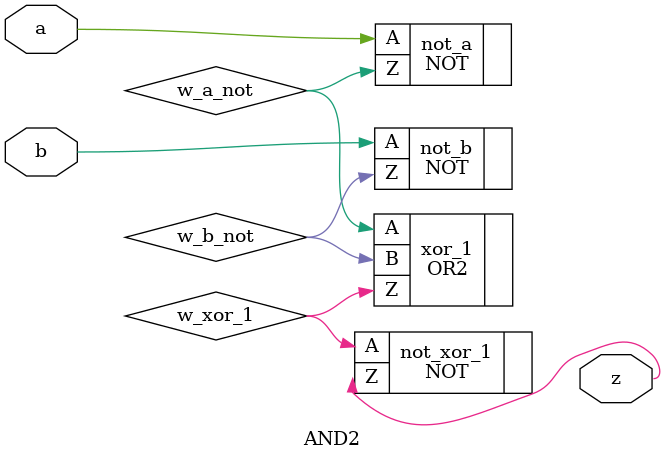
<source format=sv>
module fas (
    input logic a,           // Input bit a
    input logic b,           // Input bit b
    input logic cin,         // Carry in
    input logic a_ns,        // A_nS (add/not subtract) control
    output logic s,          // Output S
    output logic cout        // Carry out
);

	// parameter B = 0;
	// parameter C = 0;
	// parameter D = 0;
	// parameter E = 0;
	// parameter F = 0;
	// parameter G = 0;

	parameter B = 10;
	parameter C = 10;
	parameter D = 5;
	parameter E = 5;
	parameter F = 8;
	parameter G = 8;

    logic w_xor_1;

    logic w_and_1;
    logic w_or_1;
    logic w_and_2;
    logic w_or_2;
    logic w_or_2_not;
    logic w_or_3;
    logic w_and_3;

	// S

    XOR2 #(.Tpdlh(F), .Tpdhl(G)) xor_1(.Z(w_xor_1), .A(a), .B(b));
    XOR2 #(.Tpdlh(F), .Tpdhl(G)) xor_2(.Z(s), .A(w_xor_1), .B(cin));

	// C_OUT

    AND2 #(.B(B), .C(C), .D(D), .E(E)) and_1(.z(w_and_1), .a(cin), .b(b));
    OR2 #(.Tpdlh(D), .Tpdhl(E)) or_1(.Z(w_or_1), .A(cin), .B(b));
    AND2 #(.B(B), .C(C), .D(D), .E(E)) and_2(.z(w_and_2), .a(a), .b(a_ns));

    OR2 #(.Tpdlh(D), .Tpdhl(E)) or_2(.Z(w_or_2), .A(a), .B(a_ns));
    NOT #(.Tpdlh(B), .Tpdhl(C)) not_2(.Z(w_or_2_not), .A(w_or_2));

    OR2 #(.Tpdlh(D), .Tpdhl(E)) or_3(.Z(w_or_3), .A(w_and_2), .B(w_or_2_not));

    AND2 #(.B(B), .C(C), .D(D), .E(E)) and_3(.z(w_and_3), .a(w_or_1), .b(w_or_3));

    OR2 #(.Tpdlh(D), .Tpdhl(E)) or_4(.Z(cout), .A(w_and_1), .B(w_and_3));

endmodule

module AND2 (
    input logic a,
    input logic b,
    output logic z
);

	parameter B = 10;
	parameter C = 10;
	parameter D = 5;
	parameter E = 5;

	logic w_a_not;
	logic w_b_not;

	logic w_xor_1;

	NOT #(B, C) not_a(.A(a), .Z(w_a_not));
	NOT #(B, C) not_b(.A(b), .Z(w_b_not));

    OR2 #(D, E) xor_1(.A(w_a_not), .B(w_b_not), .Z(w_xor_1));

	NOT #(B, C) not_xor_1(.A(w_xor_1), .Z(z));

endmodule

</source>
